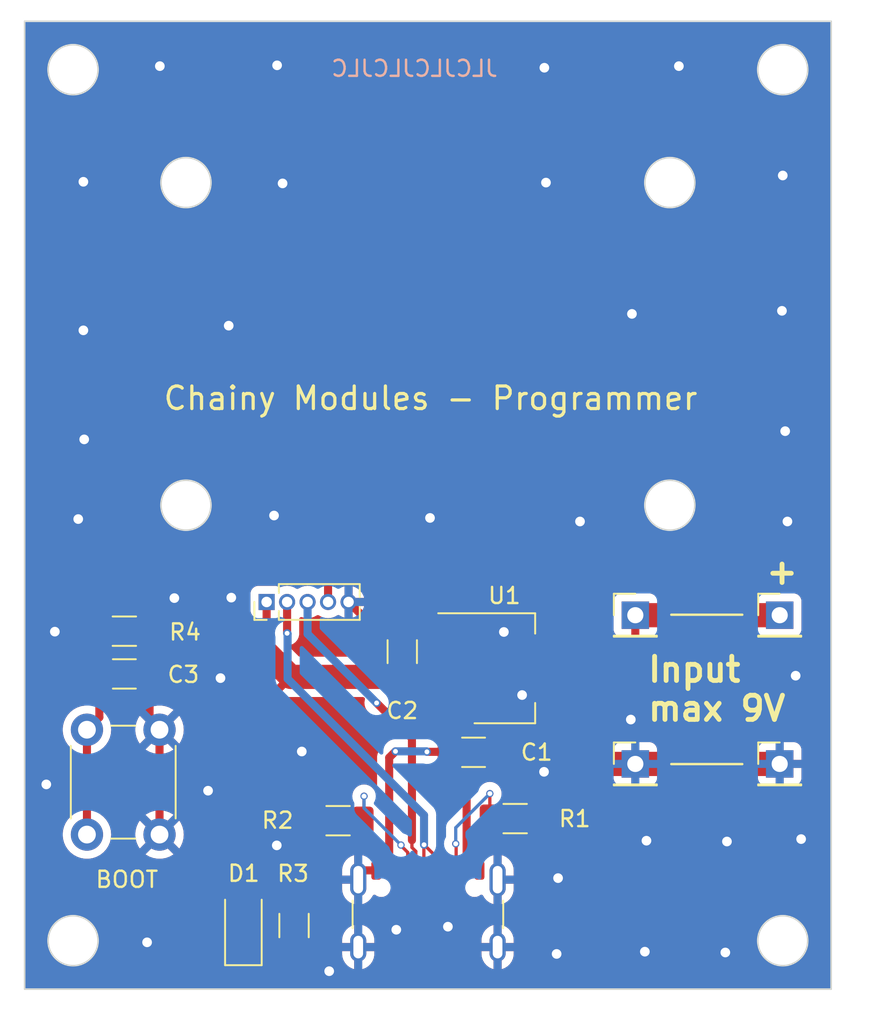
<source format=kicad_pcb>
(kicad_pcb (version 20221018) (generator pcbnew)
  (layers (0 "F.Cu" signal) (31 "B.Cu" signal) (34 "B.Paste" user) (35 "F.Paste" user) (36 "B.SilkS" user "B.Silkscreen") (37 "F.SilkS" user "F.Silkscreen") (38 "B.Mask" user) (39 "F.Mask" user) (44 "Edge.Cuts" user))
  (net 0 "")
  (net 1 "+5V")
  (net 2 "GND")
  (net 3 "+3V3")
  (net 4 "USB_D-")
  (net 5 "USB_D+")
  (net 6 "BOOT")
  (net 7 "Net-(J2-CC1)")
  (net 9 "Net-(J2-CC2)")
  (net 11 "Net-(D1-K)")
  (footprint "Capacitor_SMD:C_1206_3216Metric_Pad1.33x1.80mm_HandSolder" (layer "F.Cu") (at 106.18 70.46)
    (fp_text reference "C3" (at 3.66 0.04) (layer "F.SilkS"))
    (fp_text value "100nF")
    (fp_line (start -0.711252 -0.91) (end 0.711252 -0.91) (stroke (width 0.12)) (layer "F.SilkS"))
    (fp_line (start -0.711252 0.91) (end 0.711252 0.91) (stroke (width 0.12)) (layer "F.SilkS"))
    (pad "1" smd roundrect (at -1.5625 0) (size 1.325 1.8) (layers "F.Cu" "F.Paste" "F.Mask") (roundrect_rratio 0.1886792453) (net 6 "BOOT"))
    (pad "2" smd roundrect (at 1.5625 0) (size 1.325 1.8) (layers "F.Cu" "F.Paste" "F.Mask") (roundrect_rratio 0.1886792453) (net 2 "GND"))
  )
  (footprint "Capacitor_SMD:C_1206_3216Metric_Pad1.33x1.80mm_HandSolder" (layer "F.Cu") (at 127.83 75.32)
    (fp_text reference "C1" (at 3.91 0) (layer "F.SilkS"))
    (fp_text value "100nF")
    (fp_line (start -0.711252 -0.91) (end 0.711252 -0.91) (stroke (width 0.12)) (layer "F.SilkS"))
    (fp_line (start -0.711252 0.91) (end 0.711252 0.91) (stroke (width 0.12)) (layer "F.SilkS"))
    (pad "1" smd roundrect (at -1.5625 0) (size 1.325 1.8) (layers "F.Cu" "F.Paste" "F.Mask") (roundrect_rratio 0.1886792453) (net 1 "+5V"))
    (pad "2" smd roundrect (at 1.5625 0) (size 1.325 1.8) (layers "F.Cu" "F.Paste" "F.Mask") (roundrect_rratio 0.1886792453) (net 2 "GND"))
  )
  (footprint "Capacitor_SMD:C_1206_3216Metric_Pad1.33x1.80mm_HandSolder" (layer "F.Cu") (at 123.41 69.08 90)
    (fp_text reference "C2" (at -3.66 0 180) (layer "F.SilkS"))
    (fp_text value "100nF")
    (fp_line (start -0.711252 -0.91) (end 0.711252 -0.91) (stroke (width 0.12)) (layer "F.SilkS"))
    (fp_line (start -0.711252 0.91) (end 0.711252 0.91) (stroke (width 0.12)) (layer "F.SilkS"))
    (pad "1" smd roundrect (at -1.5625 0 90) (size 1.325 1.8) (layers "F.Cu" "F.Paste" "F.Mask") (roundrect_rratio 0.1886792453) (net 3 "+3V3"))
    (pad "2" smd roundrect (at 1.5625 0 90) (size 1.325 1.8) (layers "F.Cu" "F.Paste" "F.Mask") (roundrect_rratio 0.1886792453) (net 2 "GND"))
  )
  (footprint "Connector_PinHeader_1.27mm:PinHeader_1x05_P1.27mm_Vertical" (layer "F.Cu") (at 115 66 90)
    (fp_text reference "J1" hide)
    (fp_text value "Conn_01x05_Female")
    (fp_line (start -1.11 -0.76) (end 0 -0.76) (stroke (width 0.12)) (layer "F.SilkS"))
    (fp_line (start -1.11 0) (end -1.11 -0.76) (stroke (width 0.12)) (layer "F.SilkS"))
    (fp_line (start -1.11 0.76) (end -1.11 5.775) (stroke (width 0.12)) (layer "F.SilkS"))
    (fp_line (start -1.11 0.76) (end -0.563471 0.76) (stroke (width 0.12)) (layer "F.SilkS"))
    (fp_line (start -1.11 5.775) (end -0.30753 5.775) (stroke (width 0.12)) (layer "F.SilkS"))
    (fp_line (start 0.30753 5.775) (end 1.11 5.775) (stroke (width 0.12)) (layer "F.SilkS"))
    (fp_line (start 0.563471 0.76) (end 1.11 0.76) (stroke (width 0.12)) (layer "F.SilkS"))
    (fp_line (start 1.11 0.76) (end 1.11 5.775) (stroke (width 0.12)) (layer "F.SilkS"))
    (pad "1" thru_hole rect (at 0 0 90) (size 1 1) (drill 0.65) (layers "*.Cu" "*.Mask") (net 3 "+3V3"))
    (pad "2" thru_hole oval (at 0 1.27 90) (size 1 1) (drill 0.65) (layers "*.Cu" "*.Mask") (net 5 "USB_D+"))
    (pad "3" thru_hole oval (at 0 2.54 90) (size 1 1) (drill 0.65) (layers "*.Cu" "*.Mask") (net 4 "USB_D-"))
    (pad "4" thru_hole oval (at 0 3.81 90) (size 1 1) (drill 0.65) (layers "*.Cu" "*.Mask") (net 6 "BOOT"))
    (pad "5" thru_hole oval (at 0 5.08 90) (size 1 1) (drill 0.65) (layers "*.Cu" "*.Mask") (net 2 "GND"))
  )
  (footprint "Resistor_SMD:R_1206_3216Metric_Pad1.30x1.75mm_HandSolder" (layer "F.Cu") (at 130.41 79.43 180)
    (fp_text reference "R1" (at -3.69 -0.01) (layer "F.SilkS"))
    (fp_text value "5k1")
    (fp_line (start -0.727064 -0.91) (end 0.727064 -0.91) (stroke (width 0.12)) (layer "F.SilkS"))
    (fp_line (start -0.727064 0.91) (end 0.727064 0.91) (stroke (width 0.12)) (layer "F.SilkS"))
    (pad "1" smd roundrect (at -1.55 0 180) (size 1.3 1.75) (layers "F.Cu" "F.Paste" "F.Mask") (roundrect_rratio 0.1923076923) (net 2 "GND"))
    (pad "2" smd roundrect (at 1.55 0 180) (size 1.3 1.75) (layers "F.Cu" "F.Paste" "F.Mask") (roundrect_rratio 0.1923076923) (net 9 "Net-(J2-CC2)"))
  )
  (footprint "Connector_PinHeader_2.54mm:PinHeader_1x01_P2.54mm_Vertical" (layer "F.Cu") (at 146.81 76.04)
    (fp_text reference "J4" hide)
    (fp_text value "Conn_01x01_Pin")
    (fp_line (start -1.33 -1.33) (end 0 -1.33) (stroke (width 0.12)) (layer "F.SilkS"))
    (fp_line (start -1.33 0) (end -1.33 -1.33) (stroke (width 0.12)) (layer "F.SilkS"))
    (fp_line (start -1.33 1.27) (end -1.33 1.33) (stroke (width 0.12)) (layer "F.SilkS"))
    (fp_line (start -1.33 1.27) (end 1.33 1.27) (stroke (width 0.12)) (layer "F.SilkS"))
    (fp_line (start -1.33 1.33) (end 1.33 1.33) (stroke (width 0.12)) (layer "F.SilkS"))
    (fp_line (start 1.33 1.27) (end 1.33 1.33) (stroke (width 0.12)) (layer "F.SilkS"))
    (pad "1" thru_hole rect (at 0 0) (size 1.7 1.7) (drill 1) (layers "*.Cu" "*.Mask") (net 2 "GND"))
  )
  (footprint "Connector_USB:USB_C_Receptacle_GCT_USB4105-xx-A_16P_TopMnt_Horizontal" (layer "F.Cu") (at 125 86.32)
    (fp_text reference "J2" hide)
    (fp_text value "USB_C_Receptacle_USB2.0")
    (fp_line (start -4.67 -0.1) (end -4.67 -1.8) (stroke (width 0.12)) (layer "F.SilkS"))
    (fp_line (start 4.67 -0.1) (end 4.67 -1.8) (stroke (width 0.12)) (layer "F.SilkS"))
    (pad "" np_thru_hole circle (at -2.89 -2.605) (size 0.65 0.65) (drill 0.65) (layers "F&B.Cu" "*.Mask"))
    (pad "" np_thru_hole circle (at 2.89 -2.605) (size 0.65 0.65) (drill 0.65) (layers "F&B.Cu" "*.Mask"))
    (pad "A1" smd roundrect (at -3.2 -3.68) (size 0.6 1.15) (layers "F.Cu" "F.Paste" "F.Mask") (net 2 "GND"))
    (pad "A4" smd roundrect (at -2.4 -3.68) (size 0.6 1.15) (layers "F.Cu" "F.Paste" "F.Mask") (net 1 "+5V"))
    (pad "A5" smd roundrect (at -1.25 -3.68) (size 0.3 1.15) (layers "F.Cu" "F.Paste" "F.Mask") (net 7 "Net-(J2-CC1)"))
    (pad "A6" smd roundrect (at -0.25 -3.68) (size 0.3 1.15) (layers "F.Cu" "F.Paste" "F.Mask") (net 5 "USB_D+"))
    (pad "A7" smd roundrect (at 0.25 -3.68) (size 0.3 1.15) (layers "F.Cu" "F.Paste" "F.Mask") (net 4 "USB_D-"))
    (pad "A8" smd roundrect (at 1.25 -3.68) (size 0.3 1.15) (layers "F.Cu" "F.Paste" "F.Mask"))
    (pad "A9" smd roundrect (at 2.4 -3.68) (size 0.6 1.15) (layers "F.Cu" "F.Paste" "F.Mask") (net 1 "+5V"))
    (pad "A12" smd roundrect (at 3.2 -3.68) (size 0.6 1.15) (layers "F.Cu" "F.Paste" "F.Mask") (net 2 "GND"))
    (pad "B1" smd roundrect (at 3.2 -3.68) (size 0.6 1.15) (layers "F.Cu" "F.Paste" "F.Mask") (net 2 "GND"))
    (pad "B4" smd roundrect (at 2.4 -3.68) (size 0.6 1.15) (layers "F.Cu" "F.Paste" "F.Mask") (net 1 "+5V"))
    (pad "B5" smd roundrect (at 1.75 -3.68) (size 0.3 1.15) (layers "F.Cu" "F.Paste" "F.Mask") (net 9 "Net-(J2-CC2)"))
    (pad "B6" smd roundrect (at 0.75 -3.68) (size 0.3 1.15) (layers "F.Cu" "F.Paste" "F.Mask") (net 5 "USB_D+"))
    (pad "B7" smd roundrect (at -0.75 -3.68) (size 0.3 1.15) (layers "F.Cu" "F.Paste" "F.Mask") (net 4 "USB_D-"))
    (pad "B8" smd roundrect (at -1.75 -3.68) (size 0.3 1.15) (layers "F.Cu" "F.Paste" "F.Mask"))
    (pad "B9" smd roundrect (at -2.4 -3.68) (size 0.6 1.15) (layers "F.Cu" "F.Paste" "F.Mask") (net 1 "+5V"))
    (pad "B12" smd roundrect (at -3.2 -3.68) (size 0.6 1.15) (layers "F.Cu" "F.Paste" "F.Mask") (net 2 "GND"))
    (pad "S1" thru_hole oval (at -4.32 -3.105) (size 1 2.1) (drill oval 0.6 1.7) (layers "*.Cu" "*.Mask" "F.Paste") (net 2 "GND"))
    (pad "S1" thru_hole oval (at -4.32 1.075) (size 1 1.8) (drill oval 0.6 1.4) (layers "*.Cu" "*.Mask" "F.Paste") (net 2 "GND"))
    (pad "S1" thru_hole oval (at 4.32 -3.105) (size 1 2.1) (drill oval 0.6 1.7) (layers "*.Cu" "*.Mask" "F.Paste") (net 2 "GND"))
    (pad "S1" thru_hole oval (at 4.32 1.075) (size 1 1.8) (drill oval 0.6 1.4) (layers "*.Cu" "*.Mask" "F.Paste") (net 2 "GND"))
  )
  (footprint "Connector_PinHeader_2.54mm:PinHeader_1x01_P2.54mm_Vertical" (layer "F.Cu") (at 137.86 76.04)
    (fp_text reference "J6" hide)
    (fp_text value "Conn_01x01_Pin")
    (fp_line (start -1.33 -1.33) (end 0 -1.33) (stroke (width 0.12)) (layer "F.SilkS"))
    (fp_line (start -1.33 0) (end -1.33 -1.33) (stroke (width 0.12)) (layer "F.SilkS"))
    (fp_line (start -1.33 1.27) (end -1.33 1.33) (stroke (width 0.12)) (layer "F.SilkS"))
    (fp_line (start -1.33 1.27) (end 1.33 1.27) (stroke (width 0.12)) (layer "F.SilkS"))
    (fp_line (start -1.33 1.33) (end 1.33 1.33) (stroke (width 0.12)) (layer "F.SilkS"))
    (fp_line (start 1.33 1.27) (end 1.33 1.33) (stroke (width 0.12)) (layer "F.SilkS"))
    (pad "1" thru_hole rect (at 0 0) (size 1.7 1.7) (drill 1) (layers "*.Cu" "*.Mask") (net 2 "GND"))
  )
  (footprint "Resistor_SMD:R_1206_3216Metric_Pad1.30x1.75mm_HandSolder" (layer "F.Cu") (at 106.18 67.81)
    (fp_text reference "R4" (at 3.76 0.06) (layer "F.SilkS"))
    (fp_text value "5k1")
    (fp_line (start -0.727064 -0.91) (end 0.727064 -0.91) (stroke (width 0.12)) (layer "F.SilkS"))
    (fp_line (start -0.727064 0.91) (end 0.727064 0.91) (stroke (width 0.12)) (layer "F.SilkS"))
    (pad "1" smd roundrect (at -1.55 0) (size 1.3 1.75) (layers "F.Cu" "F.Paste" "F.Mask") (roundrect_rratio 0.1923076923) (net 6 "BOOT"))
    (pad "2" smd roundrect (at 1.55 0) (size 1.3 1.75) (layers "F.Cu" "F.Paste" "F.Mask") (roundrect_rratio 0.1923076923) (net 3 "+3V3"))
  )
  (footprint "Connector_PinHeader_2.54mm:PinHeader_1x01_P2.54mm_Vertical" (layer "F.Cu") (at 137.86 66.82)
    (fp_text reference "J5" hide)
    (fp_text value "Conn_01x01_Pin")
    (fp_line (start -1.33 -1.33) (end 0 -1.33) (stroke (width 0.12)) (layer "F.SilkS"))
    (fp_line (start -1.33 0) (end -1.33 -1.33) (stroke (width 0.12)) (layer "F.SilkS"))
    (fp_line (start -1.33 1.27) (end -1.33 1.33) (stroke (width 0.12)) (layer "F.SilkS"))
    (fp_line (start -1.33 1.27) (end 1.33 1.27) (stroke (width 0.12)) (layer "F.SilkS"))
    (fp_line (start -1.33 1.33) (end 1.33 1.33) (stroke (width 0.12)) (layer "F.SilkS"))
    (fp_line (start 1.33 1.27) (end 1.33 1.33) (stroke (width 0.12)) (layer "F.SilkS"))
    (pad "1" thru_hole rect (at 0 0) (size 1.7 1.7) (drill 1) (layers "*.Cu" "*.Mask") (net 1 "+5V"))
  )
  (footprint "Diode_SMD:D_1206_3216Metric_Pad1.42x1.75mm_HandSolder" (layer "F.Cu") (at 113.56 86.0575 90)
    (fp_text reference "D1" (at 3.2275 0.02 180) (layer "F.SilkS"))
    (fp_text value "LED")
    (fp_line (start -2.46 -1.135) (end -2.46 1.135) (stroke (width 0.12)) (layer "F.SilkS"))
    (fp_line (start -2.46 1.135) (end 1.6 1.135) (stroke (width 0.12)) (layer "F.SilkS"))
    (fp_line (start 1.6 -1.135) (end -2.46 -1.135) (stroke (width 0.12)) (layer "F.SilkS"))
    (pad "1" smd roundrect (at -1.4875 0 90) (size 1.425 1.75) (layers "F.Cu" "F.Paste" "F.Mask") (roundrect_rratio 0.1754392982) (net 11 "Net-(D1-K)"))
    (pad "2" smd roundrect (at 1.4875 0 90) (size 1.425 1.75) (layers "F.Cu" "F.Paste" "F.Mask") (roundrect_rratio 0.1754392982) (net 3 "+3V3"))
  )
  (footprint "Resistor_SMD:R_1206_3216Metric_Pad1.30x1.75mm_HandSolder" (layer "F.Cu") (at 116.7 86.06 -90)
    (fp_text reference "R3" (at -3.22 0.06 -180) (layer "F.SilkS"))
    (fp_text value "1k")
    (fp_line (start -0.727064 -0.91) (end 0.727064 -0.91) (stroke (width 0.12)) (layer "F.SilkS"))
    (fp_line (start -0.727064 0.91) (end 0.727064 0.91) (stroke (width 0.12)) (layer "F.SilkS"))
    (pad "1" smd roundrect (at -1.55 0 270) (size 1.3 1.75) (layers "F.Cu" "F.Paste" "F.Mask") (roundrect_rratio 0.1923076923) (net 2 "GND"))
    (pad "2" smd roundrect (at 1.55 0 270) (size 1.3 1.75) (layers "F.Cu" "F.Paste" "F.Mask") (roundrect_rratio 0.1923076923) (net 11 "Net-(D1-K)"))
  )
  (footprint "Package_TO_SOT_SMD:SOT-223-3_TabPin2" (layer "F.Cu") (at 129.74 70.11)
    (fp_text reference "U1" (at 0 -4.5) (layer "F.SilkS"))
    (fp_text value "AMS1117-3.3")
    (fp_line (start -4.1 -3.41) (end 1.91 -3.41) (stroke (width 0.12)) (layer "F.SilkS"))
    (fp_line (start -1.85 3.41) (end 1.91 3.41) (stroke (width 0.12)) (layer "F.SilkS"))
    (fp_line (start 1.91 -3.41) (end 1.91 -2.15) (stroke (width 0.12)) (layer "F.SilkS"))
    (fp_line (start 1.91 3.41) (end 1.91 2.15) (stroke (width 0.12)) (layer "F.SilkS"))
    (pad "1" smd rect (at -3.15 -2.3) (size 2 1.5) (layers "F.Cu" "F.Paste" "F.Mask") (net 2 "GND"))
    (pad "2" smd rect (at -3.15 0) (size 2 1.5) (layers "F.Cu" "F.Paste" "F.Mask") (net 3 "+3V3"))
    (pad "2" smd rect (at 3.15 0) (size 2 3.8) (layers "F.Cu" "F.Paste" "F.Mask") (net 3 "+3V3"))
    (pad "3" smd rect (at -3.15 2.3) (size 2 1.5) (layers "F.Cu" "F.Paste" "F.Mask") (net 1 "+5V"))
  )
  (footprint "Connector_PinHeader_2.54mm:PinHeader_1x01_P2.54mm_Vertical" (layer "F.Cu") (at 146.81 66.82)
    (fp_text reference "J3" hide)
    (fp_text value "Conn_01x01_Pin")
    (fp_line (start -1.33 -1.33) (end 0 -1.33) (stroke (width 0.12)) (layer "F.SilkS"))
    (fp_line (start -1.33 0) (end -1.33 -1.33) (stroke (width 0.12)) (layer "F.SilkS"))
    (fp_line (start -1.33 1.27) (end -1.33 1.33) (stroke (width 0.12)) (layer "F.SilkS"))
    (fp_line (start -1.33 1.27) (end 1.33 1.27) (stroke (width 0.12)) (layer "F.SilkS"))
    (fp_line (start -1.33 1.33) (end 1.33 1.33) (stroke (width 0.12)) (layer "F.SilkS"))
    (fp_line (start 1.33 1.27) (end 1.33 1.33) (stroke (width 0.12)) (layer "F.SilkS"))
    (pad "1" thru_hole rect (at 0 0) (size 1.7 1.7) (drill 1) (layers "*.Cu" "*.Mask") (net 1 "+5V"))
  )
  (footprint "Button_Switch_THT:SW_PUSH_6mm_H5mm" (layer "F.Cu") (at 108.36 73.92 -90)
    (fp_text reference "SW1" hide)
    (fp_text value "SW_Push")
    (fp_line (start -0.25 1.5) (end -0.25 3) (stroke (width 0.12)) (layer "F.SilkS"))
    (fp_line (start 1 5.5) (end 5.5 5.5) (stroke (width 0.12)) (layer "F.SilkS"))
    (fp_line (start 5.5 -1) (end 1 -1) (stroke (width 0.12)) (layer "F.SilkS"))
    (fp_line (start 6.75 3) (end 6.75 1.5) (stroke (width 0.12)) (layer "F.SilkS"))
    (pad "1" thru_hole circle (at 0 0) (size 2 2) (drill 1.1) (layers "*.Cu" "*.Mask") (net 2 "GND"))
    (pad "1" thru_hole circle (at 6.5 0) (size 2 2) (drill 1.1) (layers "*.Cu" "*.Mask") (net 2 "GND"))
    (pad "2" thru_hole circle (at 0 4.5) (size 2 2) (drill 1.1) (layers "*.Cu" "*.Mask") (net 6 "BOOT"))
    (pad "2" thru_hole circle (at 6.5 4.5) (size 2 2) (drill 1.1) (layers "*.Cu" "*.Mask") (net 6 "BOOT"))
  )
  (footprint "Resistor_SMD:R_1206_3216Metric_Pad1.30x1.75mm_HandSolder" (layer "F.Cu") (at 119.43 79.56)
    (fp_text reference "R2" (at -3.75 -0.02) (layer "F.SilkS"))
    (fp_text value "5k1")
    (fp_line (start -0.727064 -0.91) (end 0.727064 -0.91) (stroke (width 0.12)) (layer "F.SilkS"))
    (fp_line (start -0.727064 0.91) (end 0.727064 0.91) (stroke (width 0.12)) (layer "F.SilkS"))
    (pad "1" smd roundrect (at -1.55 0) (size 1.3 1.75) (layers "F.Cu" "F.Paste" "F.Mask") (roundrect_rratio 0.1923076923) (net 2 "GND"))
    (pad "2" smd roundrect (at 1.55 0) (size 1.3 1.75) (layers "F.Cu" "F.Paste" "F.Mask") (roundrect_rratio 0.1923076923) (net 7 "Net-(J2-CC1)"))
  )
  (gr_line (start 144.49 66.79) (end 140.09 66.79) (stroke (width 0.15)) (layer "F.SilkS"))
  (gr_line (start 144.49 76.05) (end 140.09 76.05) (stroke (width 0.15)) (layer "F.SilkS"))
  (gr_circle (center 147 87) (end 148.55 87) (stroke (width 0.1)) (fill none) (layer "Edge.Cuts"))
  (gr_circle (center 140 40) (end 141.55 40) (stroke (width 0.1)) (fill none) (layer "Edge.Cuts"))
  (gr_circle (center 103 33) (end 104.55 33) (stroke (width 0.1)) (fill none) (layer "Edge.Cuts"))
  (gr_circle (center 110 60) (end 111.55 60) (stroke (width 0.1)) (fill none) (layer "Edge.Cuts"))
  (gr_circle (center 140 60) (end 141.55 60) (stroke (width 0.1)) (fill none) (layer "Edge.Cuts"))
  (gr_line (start 150 30) (end 150 90) (stroke (width 0.1)) (layer "Edge.Cuts"))
  (gr_line (start 100 30) (end 100 90) (stroke (width 0.1)) (layer "Edge.Cuts"))
  (gr_circle (center 103 87) (end 104.55 87) (stroke (width 0.1)) (fill none) (layer "Edge.Cuts"))
  (gr_line (start 150 30) (end 100 30) (stroke (width 0.1)) (layer "Edge.Cuts"))
  (gr_circle (center 110 40) (end 111.55 40) (stroke (width 0.1)) (fill none) (layer "Edge.Cuts"))
  (gr_line (start 100 90) (end 150 90) (stroke (width 0.1)) (layer "Edge.Cuts"))
  (gr_circle (center 147 33) (end 148.55 33) (stroke (width 0.1)) (fill none) (layer "Edge.Cuts"))
  (gr_text "JLCJLCJLCJLC" (at 129.41 33.51) (layer "B.SilkS") (effects (font (size 1 1)) (justify left bottom mirror)))
  (gr_text "Chainy Modules - Programmer" (at 108.5 54.19) (layer "F.SilkS") (effects (font (size 1.4 1.4) (thickness 0.2)) (justify left bottom)))
  (gr_text "BOOT" (at 104.31 83.79) (layer "F.SilkS") (effects (font (size 1 1)) (justify left bottom)))
  (gr_text "+" (at 145.83 64.99) (layer "F.SilkS") (effects (font (size 1.5 1.5) (thickness 0.3) bold) (justify left bottom)))
  (gr_text "Input\nmax 9V" (at 138.5 73.48) (layer "F.SilkS") (effects (font (size 1.5 1.5) (thickness 0.3) bold) (justify left bottom)))
  (segment (start 127.4 76.4525) (end 126.2675 75.32) (width 0.5) (layer "F.Cu") (net 1))
  (segment (start 127.4 82.64) (end 127.4 76.4525) (width 0.5) (layer "F.Cu") (net 1))
  (segment (start 126.2375 75.29) (end 126.2675 75.32) (width 0.5) (layer "F.Cu") (net 1))
  (segment (start 122.6 82.64) (end 122.6 75.65) (width 0.5) (layer "F.Cu") (net 1))
  (segment (start 122.6 75.65) (end 122.99 75.26) (width 0.5) (layer "F.Cu") (net 1))
  (segment (start 146.81 66.82) (end 137.86 66.82) (width 1.5) (layer "F.Cu") (net 1))
  (segment (start 126.59 72.41) (end 129.7 72.41) (width 0.5) (layer "F.Cu") (net 1))
  (segment (start 134.44 73.57) (end 137.86 70.15) (width 0.5) (layer "F.Cu") (net 1))
  (segment (start 126.2675 75.32) (end 126.2675 72.7325) (width 0.5) (layer "F.Cu") (net 1))
  (segment (start 130.86 73.57) (end 134.44 73.57) (width 0.5) (layer "F.Cu") (net 1))
  (segment (start 124.94 75.29) (end 126.2375 75.29) (width 0.5) (layer "F.Cu") (net 1))
  (segment (start 137.86 70.15) (end 137.86 66.82) (width 0.5) (layer "F.Cu") (net 1))
  (segment (start 129.7 72.41) (end 130.86 73.57) (width 0.5) (layer "F.Cu") (net 1))
  (segment (start 126.2675 72.7325) (end 126.59 72.41) (width 0.5) (layer "F.Cu") (net 1))
  (via (at 122.99 75.26) (size 0.45) (drill 0.3) (layers "F.Cu" "B.Cu") (net 1))
  (via (at 124.94 75.29) (size 0.45) (drill 0.3) (layers "F.Cu" "B.Cu") (net 1))
  (segment (start 124.91 75.26) (end 124.94 75.29) (width 0.5) (layer "B.Cu") (net 1))
  (segment (start 122.99 75.26) (end 124.91 75.26) (width 0.5) (layer "B.Cu") (net 1))
  (segment (start 126.59 67.81) (end 126.59 62.25) (width 1.5) (layer "F.Cu") (net 2))
  (segment (start 126.59 67.81) (end 129.66 67.81) (width 1.5) (layer "F.Cu") (net 2))
  (segment (start 123.7025 67.81) (end 123.41 67.5175) (width 1.5) (layer "F.Cu") (net 2))
  (segment (start 135.35 76.04) (end 131.96 79.43) (width 1.5) (layer "F.Cu") (net 2))
  (segment (start 108.36 73.92) (end 108.36 80.42) (width 0.5) (layer "F.Cu") (net 2))
  (segment (start 129.66 67.81) (end 129.71 67.86) (width 1.5) (layer "F.Cu") (net 2))
  (segment (start 128.9 81.05) (end 130.34 81.05) (width 0.5) (layer "F.Cu") (net 2))
  (segment (start 121.8 81.53) (end 121.55 81.28) (width 0.5) (layer "F.Cu") (net 2))
  (segment (start 131.96 77.8875) (end 129.3925 75.32) (width 1.5) (layer "F.Cu") (net 2))
  (segment (start 126.59 67.81) (end 123.7025 67.81) (width 1.5) (layer "F.Cu") (net 2))
  (segment (start 121.8 82.64) (end 121.8 81.53) (width 0.5) (layer "F.Cu") (net 2))
  (segment (start 107.7425 70.46) (end 107.7425 73.3025) (width 0.5) (layer "F.Cu") (net 2))
  (segment (start 107.7425 73.3025) (end 108.36 73.92) (width 0.5) (layer "F.Cu") (net 2))
  (segment (start 121.55 81.28) (end 118.6 81.28) (width 0.5) (layer "F.Cu") (net 2))
  (segment (start 131.96 79.43) (end 131.96 77.8875) (width 1.5) (layer "F.Cu") (net 2))
  (segment (start 117.88 79.56) (end 117.88 83.33) (width 0.5) (layer "F.Cu") (net 2))
  (segment (start 117.88 80.56) (end 117.88 79.56) (width 0.5) (layer "F.Cu") (net 2))
  (segment (start 137.86 76.04) (end 135.35 76.04) (width 1.5) (layer "F.Cu") (net 2))
  (segment (start 130.34 81.05) (end 131.96 79.43) (width 0.5) (layer "F.Cu") (net 2))
  (segment (start 118.6 81.28) (end 117.88 80.56) (width 0.5) (layer "F.Cu") (net 2))
  (segment (start 117.88 83.33) (end 116.7 84.51) (width 0.5) (layer "F.Cu") (net 2))
  (segment (start 146.81 76.04) (end 137.86 76.04) (width 1.5) (layer "F.Cu") (net 2))
  (segment (start 121.5975 67.5175) (end 120.08 66) (width 0.5) (layer "F.Cu") (net 2))
  (segment (start 126.59 62.25) (end 125.13 60.79) (width 1.5) (layer "F.Cu") (net 2))
  (segment (start 128.2 82.64) (end 128.2 81.75) (width 0.5) (layer "F.Cu") (net 2))
  (segment (start 128.2 81.75) (end 128.9 81.05) (width 0.5) (layer "F.Cu") (net 2))
  (segment (start 123.41 67.5175) (end 121.5975 67.5175) (width 0.5) (layer "F.Cu") (net 2))
  (via (at 101.34 77.31) (size 0.75) (drill 0.6) (layers "F.Cu" "B.Cu") (net 2))
  (via (at 103.32 60.86) (size 0.75) (drill 0.6) (layers "F.Cu" "B.Cu") (net 2))
  (via (at 130.84 71.77) (size 0.75) (drill 0.6) (layers "F.Cu" "B.Cu") (net 2))
  (via (at 138.55 80.8) (size 0.75) (drill 0.6) (layers "F.Cu" "B.Cu") (net 2))
  (via (at 146.95 47.95) (size 0.75) (drill 0.6) (layers "F.Cu" "B.Cu") (net 2))
  (via (at 115.99 40.05) (size 0.75) (drill 0.6) (layers "F.Cu" "B.Cu") (net 2))
  (via (at 126.24 86.13) (size 0.75) (drill 0.6) (layers "F.Cu" "B.Cu") (net 2))
  (via (at 108.38 32.78) (size 0.75) (drill 0.6) (layers "F.Cu" "B.Cu") (net 2))
  (via (at 148.14 80.7) (size 0.75) (drill 0.6) (layers "F.Cu" "B.Cu") (net 2))
  (via (at 143.54 80.85) (size 0.75) (drill 0.6) (layers "F.Cu" "B.Cu") (net 2))
  (via (at 147.8 70.57) (size 0.75) (drill 0.6) (layers "F.Cu" "B.Cu") (net 2))
  (via (at 115.63 81.09) (size 0.75) (drill 0.6) (layers "F.Cu" "B.Cu") (net 2))
  (via (at 107.59 87.1) (size 0.75) (drill 0.6) (layers "F.Cu" "B.Cu") (net 2))
  (via (at 133.07 83.12) (size 0.75) (drill 0.6) (layers "F.Cu" "B.Cu") (net 2))
  (via (at 115.65 32.73) (size 0.75) (drill 0.6) (layers "F.Cu" "B.Cu") (net 2))
  (via (at 132.2 76.53) (size 0.75) (drill 0.6) (layers "F.Cu" "B.Cu") (net 2))
  (via (at 132.98 87.82) (size 0.75) (drill 0.6) (layers "F.Cu" "B.Cu") (net 2))
  (via (at 112.14 70.72) (size 0.75) (drill 0.6) (layers "F.Cu" "B.Cu") (net 2))
  (via (at 123.04 86.32) (size 0.75) (drill 0.6) (layers "F.Cu" "B.Cu") (net 2))
  (via (at 137.58 73.29) (size 0.75) (drill 0.6) (layers "F.Cu" "B.Cu") (net 2))
  (via (at 138.45 87.68) (size 0.75) (drill 0.6) (layers "F.Cu" "B.Cu") (net 2))
  (via (at 134.43 61.01) (size 0.75) (drill 0.6) (layers "F.Cu" "B.Cu") (net 2))
  (via (at 109.28 65.76) (size 0.75) (drill 0.6) (layers "F.Cu" "B.Cu") (net 2))
  (via (at 117.18 75.27) (size 0.75) (drill 0.6) (layers "F.Cu" "B.Cu") (net 2))
  (via (at 132.32 40) (size 0.75) (drill 0.6) (layers "F.Cu" "B.Cu") (net 2))
  (via (at 129.71 67.86) (size 0.75) (drill 0.6) (layers "F.Cu" "B.Cu") (net 2))
  (via (at 118.88 88.89) (size 0.75) (drill 0.6) (layers "F.Cu" "B.Cu") (net 2))
  (via (at 103.64 39.95) (size 0.75) (drill 0.6) (layers "F.Cu" "B.Cu") (net 2))
  (via (at 112.65 48.87) (size 0.75) (drill 0.6) (layers "F.Cu" "B.Cu") (net 2))
  (via (at 112.81 65.73) (size 0.75) (drill 0.6) (layers "F.Cu" "B.Cu") (net 2))
  (via (at 111.37 77.7) (size 0.75) (drill 0.6) (layers "F.Cu" "B.Cu") (net 2))
  (via (at 132.22 32.88) (size 0.75) (drill 0.6) (layers "F.Cu" "B.Cu") (net 2))
  (via (at 143.44 87.73) (size 0.75) (drill 0.6) (layers "F.Cu" "B.Cu") (net 2))
  (via (at 147.15 55.41) (size 0.75) (drill 0.6) (layers "F.Cu" "B.Cu") (net 2))
  (via (at 140.56 32.78) (size 0.75) (drill 0.6) (layers "F.Cu" "B.Cu") (net 2))
  (via (at 103.64 49.16) (size 0.75) (drill 0.6) (layers "F.Cu" "B.Cu") (net 2))
  (via (at 103.69 55.92) (size 0.75) (drill 0.6) (layers "F.Cu" "B.Cu") (net 2))
  (via (at 147.29 61.01) (size 0.75) (drill 0.6) (layers "F.Cu" "B.Cu") (net 2))
  (via (at 115.46 60.64) (size 0.75) (drill 0.6) (layers "F.Cu" "B.Cu") (net 2))
  (via (at 147 39.56) (size 0.75) (drill 0.6) (layers "F.Cu" "B.Cu") (net 2))
  (via (at 101.87 67.84) (size 0.75) (drill 0.6) (layers "F.Cu" "B.Cu") (net 2))
  (via (at 137.65 48.14) (size 0.75) (drill 0.6) (layers "F.Cu" "B.Cu") (net 2))
  (via (at 125.13 60.79) (size 0.75) (drill 0.6) (layers "F.Cu" "B.Cu") (net 2))
  (segment (start 115 66) (end 115 69.15) (width 0.5) (layer "F.Cu") (net 3))
  (segment (start 132.89 70.11) (end 123.9425 70.11) (width 1.5) (layer "F.Cu") (net 3))
  (segment (start 116.4925 70.6425) (end 115.03 69.18) (width 1.5) (layer "F.Cu") (net 3))
  (segment (start 113.66 67.81) (end 107.73 67.81) (width 0.5) (layer "F.Cu") (net 3))
  (segment (start 123.41 70.6425) (end 116.4925 70.6425) (width 1.5) (layer "F.Cu") (net 3))
  (segment (start 113.56 73.575) (end 116.4925 70.6425) (width 0.5) (layer "F.Cu") (net 3))
  (segment (start 115.03 69.18) (end 113.66 67.81) (width 0.5) (layer "F.Cu") (net 3))
  (segment (start 113.56 84.57) (end 113.56 73.575) (width 0.5) (layer "F.Cu") (net 3))
  (segment (start 123.9425 70.11) (end 123.41 70.6425) (width 1.5) (layer "F.Cu") (net 3))
  (segment (start 115 69.15) (end 115.03 69.18) (width 0.5) (layer "F.Cu") (net 3))
  (segment (start 125.25 82.64) (end 125.25 83.24533) (width 0.2) (layer "F.Cu") (net 4))
  (segment (start 124.25 81.46) (end 124.01 81.22) (width 0.2) (layer "F.Cu") (net 4))
  (segment (start 124.01 81.22) (end 124.01 80.77) (width 0.2) (layer "F.Cu") (net 4))
  (segment (start 124.51967 83.515) (end 124.25 83.24533) (width 0.2) (layer "F.Cu") (net 4))
  (segment (start 124.01 80.77) (end 124.01 74.45) (width 0.5) (layer "F.Cu") (net 4))
  (segment (start 125.25 83.24533) (end 124.98033 83.515) (width 0.2) (layer "F.Cu") (net 4))
  (segment (start 124.98033 83.515) (end 124.51967 83.515) (width 0.2) (layer "F.Cu") (net 4))
  (segment (start 124.01 74.45) (end 121.82 72.26) (width 0.5) (layer "F.Cu") (net 4))
  (segment (start 124.25 83.24533) (end 124.25 82.64) (width 0.2) (layer "F.Cu") (net 4))
  (segment (start 124.25 82.64) (end 124.25 81.46) (width 0.2) (layer "F.Cu") (net 4))
  (via (at 121.82 72.26) (size 0.45) (drill 0.3) (layers "F.Cu" "B.Cu") (net 4))
  (segment (start 117.54 67.98) (end 117.54 66) (width 0.5) (layer "B.Cu") (net 4))
  (segment (start 121.82 72.26) (end 117.54 67.98) (width 0.5) (layer "B.Cu") (net 4))
  (segment (start 124.75 81.06) (end 124.76 81.05) (width 0.2) (layer "F.Cu") (net 5))
  (segment (start 124.76533 81.05) (end 124.76 81.05) (width 0.2) (layer "F.Cu") (net 5))
  (segment (start 124.75 82.64) (end 124.75 81.06) (width 0.2) (layer "F.Cu") (net 5))
  (segment (start 125.75 82.64) (end 125.75 82.03467) (width 0.2) (layer "F.Cu") (net 5))
  (segment (start 125.75 82.03467) (end 124.76533 81.05) (width 0.2) (layer "F.Cu") (net 5))
  (segment (start 116.27 67.94) (end 116.27 66) (width 0.5) (layer "F.Cu") (net 5))
  (via (at 124.76 81.05) (size 0.45) (drill 0.3) (layers "F.Cu" "B.Cu") (net 5))
  (via (at 116.27 67.94) (size 0.45) (drill 0.3) (layers "F.Cu" "B.Cu") (net 5))
  (segment (start 116.27 67.94) (end 116.3 67.97) (width 0.5) (layer "B.Cu") (net 5))
  (segment (start 124.76 79.22) (end 124.76 81.05) (width 0.5) (layer "B.Cu") (net 5))
  (segment (start 116.3 70.76) (end 124.76 79.22) (width 0.5) (layer "B.Cu") (net 5))
  (segment (start 116.3 67.97) (end 116.3 70.76) (width 0.5) (layer "B.Cu") (net 5))
  (segment (start 103.86 73.92) (end 103.86 80.42) (width 0.5) (layer "F.Cu") (net 6))
  (segment (start 104.63 66.56) (end 107.32 63.87) (width 0.5) (layer "F.Cu") (net 6))
  (segment (start 104.63 67.81) (end 104.63 66.56) (width 0.5) (layer "F.Cu") (net 6))
  (segment (start 118.81 64.84) (end 118.81 66) (width 0.5) (layer "F.Cu") (net 6))
  (segment (start 107.32 63.87) (end 117.84 63.87) (width 0.5) (layer "F.Cu") (net 6))
  (segment (start 104.63 73.15) (end 103.86 73.92) (width 0.5) (layer "F.Cu") (net 6))
  (segment (start 104.63 67.81) (end 104.63 73.15) (width 0.5) (layer "F.Cu") (net 6))
  (segment (start 117.84 63.87) (end 118.81 64.84) (width 0.5) (layer "F.Cu") (net 6))
  (segment (start 121.04 79.5) (end 120.98 79.56) (width 0.2) (layer "F.Cu") (net 7))
  (segment (start 121.04 78.04) (end 121.04 79.5) (width 0.2) (layer "F.Cu") (net 7))
  (segment (start 123.33 81.105686) (end 123.33 81.07) (width 0.2) (layer "F.Cu") (net 7))
  (segment (start 123.75 81.525686) (end 123.33 81.105686) (width 0.2) (layer "F.Cu") (net 7))
  (segment (start 123.75 82.64) (end 123.75 81.525686) (width 0.2) (layer "F.Cu") (net 7))
  (via (at 123.33 81.07) (size 0.45) (drill 0.3) (layers "F.Cu" "B.Cu") (net 7))
  (via (at 121.04 78.04) (size 0.45) (drill 0.3) (layers "F.Cu" "B.Cu") (net 7))
  (segment (start 121.04 78.78) (end 121.04 78.04) (width 0.2) (layer "B.Cu") (net 7))
  (segment (start 123.33 81.07) (end 121.04 78.78) (width 0.2) (layer "B.Cu") (net 7))
  (segment (start 128.84 79.41) (end 128.86 79.43) (width 0.2) (layer "F.Cu") (net 9))
  (segment (start 126.75 81.0145) (end 126.7255 80.99) (width 0.2) (layer "F.Cu") (net 9))
  (segment (start 126.75 82.64) (end 126.75 81.0145) (width 0.2) (layer "F.Cu") (net 9))
  (segment (start 128.84 77.88) (end 128.84 79.41) (width 0.2) (layer "F.Cu") (net 9))
  (via (at 126.7255 80.99) (size 0.45) (drill 0.3) (layers "F.Cu" "B.Cu") (net 9))
  (via (at 128.84 77.88) (size 0.45) (drill 0.3) (layers "F.Cu" "B.Cu") (net 9))
  (segment (start 126.7255 80.99) (end 126.7255 79.9945) (width 0.2) (layer "B.Cu") (net 9))
  (segment (start 126.7255 79.9945) (end 128.84 77.88) (width 0.2) (layer "B.Cu") (net 9))
  (segment (start 113.625 87.61) (end 113.56 87.545) (width 0.5) (layer "F.Cu") (net 11))
  (segment (start 116.7 87.61) (end 113.625 87.61) (width 0.5) (layer "F.Cu") (net 11))
  (zone (net 2) (net_name "GND") (layers "F&B.Cu") (connect_pads (clearance 0.5)) (min_thickness 0.25) (fill yes (thermal_gap 0.5) (thermal_bridge_width 0.5))
    (polygon (pts (xy 98.47 28.68) (xy 151.15 28.97) (xy 151.13 91.43) (xy 98.65 91.6)))
  )
)
</source>
